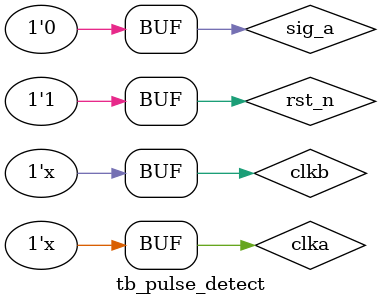
<source format=v>
module tb_pulse_detect;
reg clka, clkb, rst_n , sig_a;

wire sig_b;


initial begin
    rst_n =  0;
    clka = 0;
    clkb = 0;
    sig_a = 0;
    #1 rst_n = 1;

    #10  sig_a = 1;
    #4 sig_a = 0;
end

always #2 clka = ~clka;
always #6 clkb = ~clkb;


pulse_detect aa(
    .clka(clka)    ,
   .clkb(clkb)    ,  
    .rst_n(rst_n)       ,
    .sig_a(sig_a)       ,

   .sig_b(sig_b)
);

endmodule

//    vlog .\tb_pulse_detect.v .\pulse_detect.v
//     vsim .\tb_pulse_detect.v -voptargs=+acc
</source>
